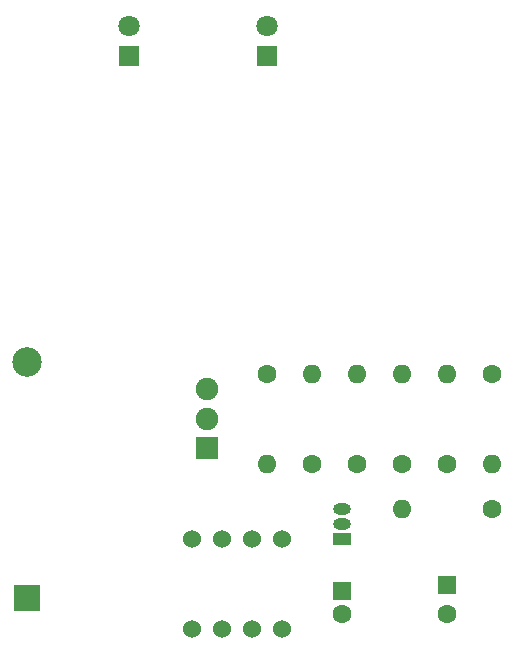
<source format=gbr>
%TF.GenerationSoftware,KiCad,Pcbnew,8.0.0*%
%TF.CreationDate,2024-03-07T10:06:40-08:00*%
%TF.ProjectId,555_Badge,3535355f-4261-4646-9765-2e6b69636164,v01*%
%TF.SameCoordinates,Original*%
%TF.FileFunction,Soldermask,Bot*%
%TF.FilePolarity,Negative*%
%FSLAX46Y46*%
G04 Gerber Fmt 4.6, Leading zero omitted, Abs format (unit mm)*
G04 Created by KiCad (PCBNEW 8.0.0) date 2024-03-07 10:06:40*
%MOMM*%
%LPD*%
G01*
G04 APERTURE LIST*
%ADD10C,1.524000*%
%ADD11C,1.600000*%
%ADD12O,1.600000X1.600000*%
%ADD13R,1.800000X1.800000*%
%ADD14C,1.800000*%
%ADD15R,1.600000X1.600000*%
%ADD16R,2.170000X2.170000*%
%ADD17C,2.500000*%
%ADD18R,1.900000X1.900000*%
%ADD19C,1.900000*%
%ADD20R,1.500000X1.000000*%
%ADD21O,1.500000X1.000000*%
G04 APERTURE END LIST*
D10*
%TO.C,U1*%
X153162000Y-124714000D03*
X155702000Y-124714000D03*
X158242000Y-124714000D03*
X160782000Y-124714000D03*
X160782000Y-117094000D03*
X158242000Y-117094000D03*
X155702000Y-117094000D03*
X153162000Y-117094000D03*
%TD*%
D11*
%TO.C,R7*%
X170942000Y-110744000D03*
D12*
X170942000Y-103124000D03*
%TD*%
D13*
%TO.C,D1*%
X147828000Y-76200000D03*
D14*
X147828000Y-73660000D03*
%TD*%
D11*
%TO.C,R2*%
X163322000Y-110744000D03*
D12*
X163322000Y-103124000D03*
%TD*%
D15*
%TO.C,C1*%
X165862000Y-121444000D03*
D11*
X165862000Y-123444000D03*
%TD*%
D15*
%TO.C,C2*%
X174752000Y-120944000D03*
D11*
X174752000Y-123444000D03*
%TD*%
D16*
%TO.C,BAT1*%
X139192000Y-122059700D03*
D17*
X139192000Y-102059700D03*
%TD*%
D11*
%TO.C,R6*%
X167132000Y-110744000D03*
D12*
X167132000Y-103124000D03*
%TD*%
D11*
%TO.C,R1*%
X159512000Y-103124000D03*
D12*
X159512000Y-110744000D03*
%TD*%
D13*
%TO.C,D2*%
X159512000Y-76200000D03*
D14*
X159512000Y-73660000D03*
%TD*%
D11*
%TO.C,R3*%
X174752000Y-110744000D03*
D12*
X174752000Y-103124000D03*
%TD*%
D11*
%TO.C,R5*%
X178562000Y-114554000D03*
D12*
X170942000Y-114554000D03*
%TD*%
D11*
%TO.C,R4*%
X178562000Y-103124000D03*
D12*
X178562000Y-110744000D03*
%TD*%
D18*
%TO.C,S1*%
X154432000Y-109394000D03*
D19*
X154432000Y-106894000D03*
X154432000Y-104394000D03*
%TD*%
D20*
%TO.C,Q1*%
X165862000Y-117094000D03*
D21*
X165862000Y-115824000D03*
X165862000Y-114554000D03*
%TD*%
M02*

</source>
